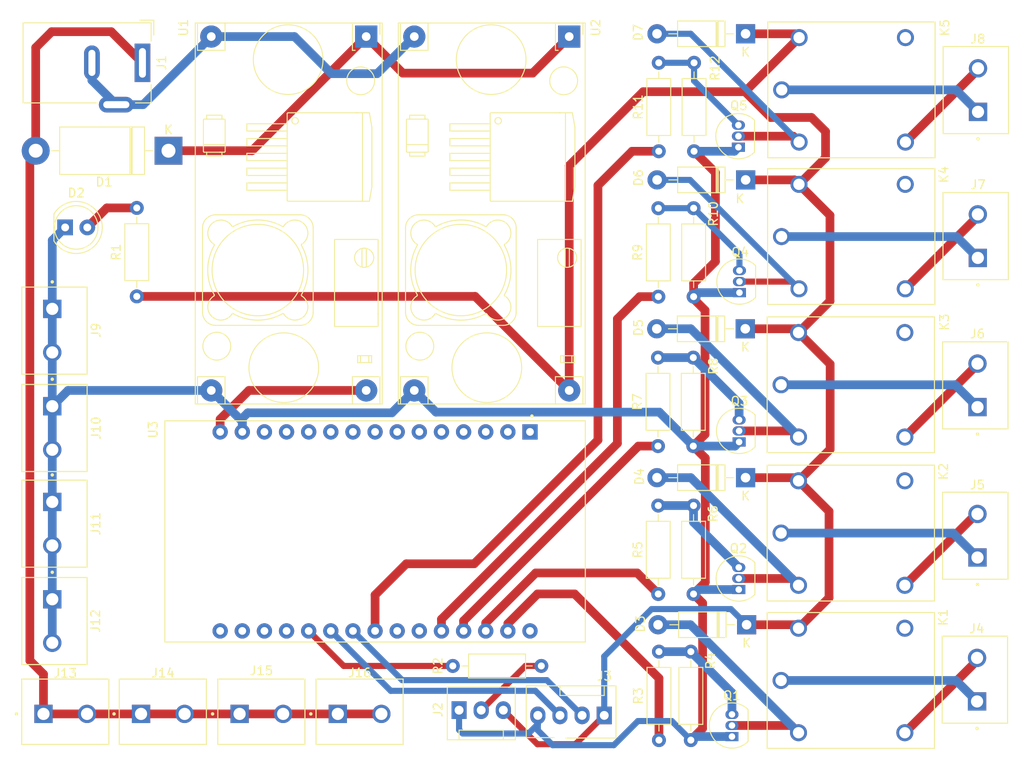
<source format=kicad_pcb>
(kicad_pcb (version 20240108) (generator "pcbnew") (generator_version "8.0")
  (layers (0 "F.Cu" signal) (31 "B.Cu" signal) (34 "B.Paste" user) (35 "F.Paste" user) (36 "B.SilkS" user "B.Silkscreen") (37 "F.SilkS" user "F.Silkscreen") (38 "B.Mask" user) (39 "F.Mask" user) (44 "Edge.Cuts" user))
  (net 0 "")
  (net 1 "Net-(D1-K)")
  (net 2 "GND")
  (net 3 "Net-(D2-A)")
  (net 4 "Net-(J1-Pad2)")
  (net 5 "+5V_Relay")
  (net 6 "+5V_ESP")
  (net 27 "+12VDC")
  (net 28 "Net-(D3-A)")
  (net 29 "Net-(D4-A)")
  (net 30 "Net-(D5-A)")
  (net 31 "Net-(D6-A)")
  (net 32 "Net-(D7-A)")
  (net 33 "Net-(J2-Pin_2)")
  (net 34 "Echo")
  (net 35 "Trig")
  (net 36 "Net-(Q1-B)")
  (net 37 "Net-(Q2-B)")
  (net 38 "Net-(Q3-B)")
  (net 39 "Net-(Q4-B)")
  (net 40 "Net-(Q5-B)")
  (net 41 "DS18B")
  (net 42 "D1")
  (net 43 "D2")
  (net 44 "D3")
  (net 45 "D4")
  (net 46 "D5")
  (net 47 "Net-(J4-Pad2)")
  (net 48 "Net-(J4-Pad1)")
  (net 49 "Net-(J5-Pad1)")
  (net 50 "Net-(J5-Pad2)")
  (net 51 "Net-(J6-Pad1)")
  (net 52 "Net-(J6-Pad2)")
  (net 53 "Net-(J7-Pad1)")
  (net 54 "Net-(J7-Pad2)")
  (net 55 "Net-(J8-Pad1)")
  (net 56 "Net-(J8-Pad2)")
  (footprint "FootprintsKF301:HANDSON_KF301-2P" (layer "F.Cu") (at 130.61 96.1575 90)
    (property "Reference" "J4" (at 5.8575 -0.03 180) (layer "F.SilkS"))
    (property "Value" "KF301-2P")
    (pad "1" thru_hole rect (at -2.5 0 90) (size 2.1 2.1) (drill 1.4) (layers "*.Cu" "*.Mask") (net 48 "Net-(J4-Pad1)"))
    (pad "2" thru_hole circle (at 2.5 0 90) (size 2.1 2.1) (drill 1.4) (layers "*.Cu" "*.Mask") (net 47 "Net-(J4-Pad2)"))
  )
  (footprint "FootprintsKF301:HANDSON_KF301-2P" (layer "F.Cu") (at 24.47 67.2525 -90)
    (property "Reference" "J10" (at 0.0075 -5.03 90) (layer "F.SilkS"))
    (property "Value" "KF301-2P")
    (pad "1" thru_hole rect (at -2.5 0 270) (size 2.1 2.1) (drill 1.4) (layers "*.Cu" "*.Mask") (net 2 "GND"))
    (pad "2" thru_hole circle (at 2.5 0 270) (size 2.1 2.1) (drill 1.4) (layers "*.Cu" "*.Mask") (net 2 "GND"))
  )
  (footprint "FootprintsKF301:HANDSON_KF301-2P" (layer "F.Cu") (at 130.66 62.3575 90)
    (property "Reference" "J6" (at 5.9175 0 180) (layer "F.SilkS"))
    (property "Value" "KF301-2P")
    (pad "1" thru_hole rect (at -2.5 0 90) (size 2.1 2.1) (drill 1.4) (layers "*.Cu" "*.Mask") (net 51 "Net-(J6-Pad1)"))
    (pad "2" thru_hole circle (at 2.5 0 90) (size 2.1 2.1) (drill 1.4) (layers "*.Cu" "*.Mask") (net 52 "Net-(J6-Pad2)"))
  )
  (footprint "FootprintsKF301:HANDSON_KF301-2P" (layer "F.Cu") (at 48.47 100.09)
    (property "Reference" "J15" (at 0.01 -4.97 0) (layer "F.SilkS"))
    (property "Value" "KF301-2P")
    (pad "1" thru_hole rect (at -2.5 0) (size 2.1 2.1) (drill 1.4) (layers "*.Cu" "*.Mask") (net 27 "+12VDC"))
    (pad "2" thru_hole circle (at 2.5 0) (size 2.1 2.1) (drill 1.4) (layers "*.Cu" "*.Mask") (net 27 "+12VDC"))
  )
  (footprint "Resistor_THT:R_Axial_DIN0207_L6.3mm_D2.5mm_P10.16mm_Horizontal" (layer "F.Cu") (at 98.13 35.47 90)
    (property "Reference" "R12" (at 9.54 2.41 -90) (layer "F.SilkS"))
    (property "Value" "10k")
    (pad "1" thru_hole circle (at 0 0 90) (size 1.6 1.6) (drill 0.8) (layers "*.Cu" "*.Mask") (net 2 "GND"))
    (pad "2" thru_hole oval (at 10.16 0 90) (size 1.6 1.6) (drill 0.8) (layers "*.Cu" "*.Mask") (net 40 "Net-(Q5-B)"))
  )
  (footprint "FootprintsKF301:HANDSON_KF301-2P" (layer "F.Cu") (at 130.72 28.4475 90)
    (property "Reference" "J8" (at 5.8675 -0.02 180) (layer "F.SilkS"))
    (property "Value" "KF301-2P")
    (pad "1" thru_hole rect (at -2.5 0 90) (size 2.1 2.1) (drill 1.4) (layers "*.Cu" "*.Mask") (net 55 "Net-(J8-Pad1)"))
    (pad "2" thru_hole circle (at 2.5 0 90) (size 2.1 2.1) (drill 1.4) (layers "*.Cu" "*.Mask") (net 56 "Net-(J8-Pad2)"))
  )
  (footprint "Resistor_THT:R_Axial_DIN0207_L6.3mm_D2.5mm_P10.16mm_Horizontal" (layer "F.Cu") (at 94.03 52.17 90)
    (property "Reference" "R9" (at 5.08 -2.37 90) (layer "F.SilkS"))
    (property "Value" "1k")
    (pad "1" thru_hole circle (at 0 0 90) (size 1.6 1.6) (drill 0.8) (layers "*.Cu" "*.Mask") (net 45 "D4"))
    (pad "2" thru_hole oval (at 10.16 0 90) (size 1.6 1.6) (drill 0.8) (layers "*.Cu" "*.Mask") (net 39 "Net-(Q4-B)"))
  )
  (footprint "Resistor_THT:R_Axial_DIN0207_L6.3mm_D2.5mm_P10.16mm_Horizontal" (layer "F.Cu") (at 97.76 103.1 90)
    (property "Reference" "R4" (at 9.11 2.25 90) (layer "F.SilkS"))
    (property "Value" "10k")
    (pad "1" thru_hole circle (at 0 0 90) (size 1.6 1.6) (drill 0.8) (layers "*.Cu" "*.Mask") (net 2 "GND"))
    (pad "2" thru_hole oval (at 10.16 0 90) (size 1.6 1.6) (drill 0.8) (layers "*.Cu" "*.Mask") (net 36 "Net-(Q1-B)"))
  )
  (footprint "Package_TO_SOT_THT:TO-92_Inline" (layer "F.Cu") (at 103.26 85.81 90)
    (property "Reference" "Q2" (at 4.73 -0.04 180) (layer "F.SilkS"))
    (property "Value" "2SC1815")
    (pad "1" thru_hole rect (at 0 0 90) (size 1.05 1.5) (drill 0.75) (layers "*.Cu" "*.Mask") (net 2 "GND"))
    (pad "2" thru_hole oval (at 1.27 0 90) (size 1.05 1.5) (drill 0.75) (layers "*.Cu" "*.Mask") (net 29 "Net-(D4-A)"))
    (pad "3" thru_hole oval (at 2.54 0 90) (size 1.05 1.5) (drill 0.75) (layers "*.Cu" "*.Mask") (net 37 "Net-(Q2-B)"))
  )
  (footprint "FootprintsKF301:HANDSON_KF301-2P" (layer "F.Cu") (at 24.47 78.2425 -90)
    (property "Reference" "J11" (at 0.0075 -5 90) (layer "F.SilkS"))
    (property "Value" "KF301-2P")
    (pad "1" thru_hole rect (at -2.5 0 270) (size 2.1 2.1) (drill 1.4) (layers "*.Cu" "*.Mask") (net 2 "GND"))
    (pad "2" thru_hole circle (at 2.5 0 270) (size 2.1 2.1) (drill 1.4) (layers "*.Cu" "*.Mask") (net 2 "GND"))
  )
  (footprint "FootprintsSRD:RELAY_SRD-03VDC-SL-C" (layer "F.Cu") (at 116.12 62.29)
    (property "Reference" "K3" (at 10.75 -7.19 90) (layer "F.SilkS"))
    (property "Value" "SRD-03VDC-SL-C")
    (pad "COIL1" thru_hole circle (at -6 -6) (size 1.95 1.95) (drill 1.3) (layers "*.Cu" "*.Mask") (net 5 "+5V_Relay"))
    (pad "COIL2" thru_hole circle (at -6 6) (size 1.95 1.95) (drill 1.3) (layers "*.Cu" "*.Mask") (net 30 "Net-(D5-A)"))
    (pad "COM" thru_hole circle (at -8 0) (size 1.95 1.95) (drill 1.3) (layers "*.Cu" "*.Mask") (net 51 "Net-(J6-Pad1)"))
    (pad "NC" thru_hole circle (at 6.2 -6) (size 1.95 1.95) (drill 1.3) (layers "*.Cu" "*.Mask"))
    (pad "NO" thru_hole circle (at 6.2 6) (size 1.95 1.95) (drill 1.3) (layers "*.Cu" "*.Mask") (net 52 "Net-(J6-Pad2)"))
  )
  (footprint "Package_TO_SOT_THT:TO-92_Inline" (layer "F.Cu") (at 103.34 51.71 90)
    (property "Reference" "Q4" (at 4.65 0.08 180) (layer "F.SilkS"))
    (property "Value" "2SC1815")
    (pad "1" thru_hole rect (at 0 0 90) (size 1.05 1.5) (drill 0.75) (layers "*.Cu" "*.Mask") (net 2 "GND"))
    (pad "2" thru_hole oval (at 1.27 0 90) (size 1.05 1.5) (drill 0.75) (layers "*.Cu" "*.Mask") (net 31 "Net-(D6-A)"))
    (pad "3" thru_hole oval (at 2.54 0 90) (size 1.05 1.5) (drill 0.75) (layers "*.Cu" "*.Mask") (net 39 "Net-(Q4-B)"))
  )
  (footprint "FootprintsSRD:RELAY_SRD-03VDC-SL-C" (layer "F.Cu") (at 116.12 96.25)
    (property "Reference" "K1" (at 10.6 -7.25 90) (layer "F.SilkS"))
    (property "Value" "SRD-03VDC-SL-C")
    (pad "COIL1" thru_hole circle (at -6 -6) (size 1.95 1.95) (drill 1.3) (layers "*.Cu" "*.Mask") (net 5 "+5V_Relay"))
    (pad "COIL2" thru_hole circle (at -6 6) (size 1.95 1.95) (drill 1.3) (layers "*.Cu" "*.Mask") (net 28 "Net-(D3-A)"))
    (pad "COM" thru_hole circle (at -8 0) (size 1.95 1.95) (drill 1.3) (layers "*.Cu" "*.Mask") (net 48 "Net-(J4-Pad1)"))
    (pad "NC" thru_hole circle (at 6.2 -6) (size 1.95 1.95) (drill 1.3) (layers "*.Cu" "*.Mask"))
    (pad "NO" thru_hole circle (at 6.2 6) (size 1.95 1.95) (drill 1.3) (layers "*.Cu" "*.Mask") (net 47 "Net-(J4-Pad2)"))
  )
  (footprint "Resistor_THT:R_Axial_DIN0207_L6.3mm_D2.5mm_P10.16mm_Horizontal" (layer "F.Cu") (at 98.04 69.33 90)
    (property "Reference" "R8" (at 9.18 2.31 -90) (layer "F.SilkS"))
    (property "Value" "10k")
    (pad "1" thru_hole circle (at 0 0 90) (size 1.6 1.6) (drill 0.8) (layers "*.Cu" "*.Mask") (net 2 "GND"))
    (pad "2" thru_hole oval (at 10.16 0 90) (size 1.6 1.6) (drill 0.8) (layers "*.Cu" "*.Mask") (net 38 "Net-(Q3-B)"))
  )
  (footprint "Diode_THT:D_DO-201AD_P15.24mm_Horizontal" (layer "F.Cu") (at 37.81 35.41 180)
    (property "Reference" "D1" (at 7.39 -3.59 360) (layer "F.SilkS"))
    (property "Value" "6A 1000V")
    (fp_text user "K" (at 0.01 2.4 360) (layer "F.SilkS"))
    (pad "1" thru_hole rect (at 0 0 180) (size 3.2 3.2) (drill 1.6) (layers "*.Cu" "*.Mask") (net 1 "Net-(D1-K)"))
    (pad "2" thru_hole oval (at 15.24 0 180) (size 3.2 3.2) (drill 1.6) (layers "*.Cu" "*.Mask") (net 27 "+12VDC"))
  )
  (footprint "lm2596sModule:YAAJ_DCDC_StepDown_LM2596" (layer "F.Cu") (at 83.8 22.3 -90)
    (property "Reference" "U2" (at -1.02 -3.05 90) (layer "F.SilkS"))
    (property "Value" "LM2596")
    (pad "1" thru_hole rect (at 0 0 270) (size 2.54 2.54) (drill 1) (layers "*.Cu" "*.Mask") (net 1 "Net-(D1-K)"))
    (pad "2" thru_hole circle (at 0 17.78 270) (size 2.54 2.54) (drill 1) (layers "*.Cu" "*.Mask") (net 4 "Net-(J1-Pad2)"))
    (pad "3" thru_hole circle (at 40.64 17.78 270) (size 2.54 2.54) (drill 1) (layers "*.Cu" "*.Mask") (net 2 "GND"))
    (pad "4" thru_hole circle (at 40.64 0 270) (size 2.54 2.54) (drill 1) (layers "*.Cu" "*.Mask") (net 5 "+5V_Relay"))
  )
  (footprint "Resistor_THT:R_Axial_DIN0207_L6.3mm_D2.5mm_P10.16mm_Horizontal" (layer "F.Cu") (at 93.99 69.33 90)
    (property "Reference" "R7" (at 5.08 -2.37 90) (layer "F.SilkS"))
    (property "Value" "1k")
    (pad "1" thru_hole circle (at 0 0 90) (size 1.6 1.6) (drill 0.8) (layers "*.Cu" "*.Mask") (net 44 "D3"))
    (pad "2" thru_hole oval (at 10.16 0 90) (size 1.6 1.6) (drill 0.8) (layers "*.Cu" "*.Mask") (net 38 "Net-(Q3-B)"))
  )
  (footprint "Connector_BarrelJack:BarrelJack_Wuerth_6941xx301002" (layer "F.Cu") (at 34.82 25.32 -90)
    (property "Reference" "J1" (at -0.01 -2.2 -90) (layer "F.SilkS"))
    (property "Value" "Barrel_Jack_Switch")
    (pad "1" thru_hole rect (at 0 0 270) (size 4.4 1.8) (drill oval 3.4 0.8) (layers "*.Cu" "*.Mask") (net 27 "+12VDC"))
    (pad "2" thru_hole oval (at 0 5.8 270) (size 4 1.8) (drill oval 3 0.8) (layers "*.Cu" "*.Mask") (net 4 "Net-(J1-Pad2)"))
    (pad "3" thru_hole oval (at 4.8 3) (size 4 1.8) (drill oval 3 0.8) (layers "*.Cu" "*.Mask") (net 4 "Net-(J1-Pad2)"))
  )
  (footprint "Resistor_THT:R_Axial_DIN0207_L6.3mm_D2.5mm_P10.16mm_Horizontal" (layer "F.Cu") (at 34.17 52.14 90)
    (property "Reference" "R1" (at 5.08 -2.37 90) (layer "F.SilkS"))
    (property "Value" "1k")
    (pad "1" thru_hole circle (at 0 0 90) (size 1.6 1.6) (drill 0.8) (layers "*.Cu" "*.Mask") (net 5 "+5V_Relay"))
    (pad "2" thru_hole oval (at 10.16 0 90) (size 1.6 1.6) (drill 0.8) (layers "*.Cu" "*.Mask") (net 3 "Net-(D2-A)"))
  )
  (footprint "LED_THT:LED_D5.0mm" (layer "F.Cu") (at 25.95 44.22)
    (property "Reference" "D2" (at 1.27 -3.96 0) (layer "F.SilkS"))
    (property "Value" "LED")
    (pad "1" thru_hole rect (at 0 0) (size 1.8 1.8) (drill 0.9) (layers "*.Cu" "*.Mask") (net 2 "GND"))
    (pad "2" thru_hole circle (at 2.54 0) (size 1.8 1.8) (drill 0.9) (layers "*.Cu" "*.Mask") (net 3 "Net-(D2-A)"))
  )
  (footprint "Resistor_THT:R_Axial_DIN0207_L6.3mm_D2.5mm_P10.16mm_Horizontal" (layer "F.Cu") (at 94.02 86.32 90)
    (property "Reference" "R5" (at 5.08 -2.34 90) (layer "F.SilkS"))
    (property "Value" "1k")
    (pad "1" thru_hole circle (at 0 0 90) (size 1.6 1.6) (drill 0.8) (layers "*.Cu" "*.Mask") (net 43 "D2"))
    (pad "2" thru_hole oval (at 10.16 0 90) (size 1.6 1.6) (drill 0.8) (layers "*.Cu" "*.Mask") (net 37 "Net-(Q2-B)"))
  )
  (footprint "FootprintsKF301:HANDSON_KF301-2P" (layer "F.Cu") (at 130.66 79.6275 90)
    (property "Reference" "J5" (at 5.8375 0 180) (layer "F.SilkS"))
    (property "Value" "KF301-2P")
    (pad "1" thru_hole rect (at -2.5 0 90) (size 2.1 2.1) (drill 1.4) (layers "*.Cu" "*.Mask") (net 49 "Net-(J5-Pad1)"))
    (pad "2" thru_hole circle (at 2.5 0 90) (size 2.1 2.1) (drill 1.4) (layers "*.Cu" "*.Mask") (net 50 "Net-(J5-Pad2)"))
  )
  (footprint "Resistor_THT:R_Axial_DIN0207_L6.3mm_D2.5mm_P10.16mm_Horizontal" (layer "F.Cu") (at 98.08 52.17 90)
    (property "Reference" "R10" (at 9.52 2.27 -90) (layer "F.SilkS"))
    (property "Value" "10k")
    (pad "1" thru_hole circle (at 0 0 90) (size 1.6 1.6) (drill 0.8) (layers "*.Cu" "*.Mask") (net 2 "GND"))
    (pad "2" thru_hole oval (at 10.16 0 90) (size 1.6 1.6) (drill 0.8) (layers "*.Cu" "*.Mask") (net 39 "Net-(Q4-B)"))
  )
  (footprint "FootprintsSRD:RELAY_SRD-03VDC-SL-C" (layer "F.Cu") (at 116.12 79.32)
    (property "Reference" "K2" (at 10.64 -7.07 90) (layer "F.SilkS"))
    (property "Value" "SRD-03VDC-SL-C")
    (pad "COIL1" thru_hole circle (at -6 -6) (size 1.95 1.95) (drill 1.3) (layers "*.Cu" "*.Mask") (net 5 "+5V_Relay"))
    (pad "COIL2" thru_hole circle (at -6 6) (size 1.95 1.95) (drill 1.3) (layers "*.Cu" "*.Mask") (net 29 "Net-(D4-A)"))
    (pad "COM" thru_hole circle (at -8 0) (size 1.95 1.95) (drill 1.3) (layers "*.Cu" "*.Mask") (net 49 "Net-(J5-Pad1)"))
    (pad "NC" thru_hole circle (at 6.2 -6) (size 1.95 1.95) (drill 1.3) (layers "*.Cu" "*.Mask"))
    (pad "NO" thru_hole circle (at 6.2 6) (size 1.95 1.95) (drill 1.3) (layers "*.Cu" "*.Mask") (net 50 "Net-(J5-Pad2)"))
  )
  (footprint "FootprintsSRD:RELAY_SRD-03VDC-SL-C" (layer "F.Cu") (at 116.17 45.27)
    (property "Reference" "K4" (at 10.63 -7.12 90) (layer "F.SilkS"))
    (property "Value" "SRD-03VDC-SL-C")
    (pad "COIL1" thru_hole circle (at -6 -6) (size 1.95 1.95) (drill 1.3) (layers "*.Cu" "*.Mask") (net 5 "+5V_Relay"))
    (pad "COIL2" thru_hole circle (at -6 6) (size 1.95 1.95) (drill 1.3) (layers "*.Cu" "*.Mask") (net 31 "Net-(D6-A)"))
    (pad "COM" thru_hole circle (at -8 0) (size 1.95 1.95) (drill 1.3) (layers "*.Cu" "*.Mask") (net 53 "Net-(J7-Pad1)"))
    (pad "NC" thru_hole circle (at 6.2 -6) (size 1.95 1.95) (drill 1.3) (layers "*.Cu" "*.Mask"))
    (pad "NO" thru_hole circle (at 6.2 6) (size 1.95 1.95) (drill 1.3) (layers "*.Cu" "*.Mask") (net 54 "Net-(J7-Pad2)"))
  )
  (footprint "Package_TO_SOT_THT:TO-92_Inline" (layer "F.Cu") (at 103.3 68.86 90)
    (property "Reference" "Q3" (at 4.69 0.04 180) (layer "F.SilkS"))
    (property "Value" "2SC1815")
    (pad "1" thru_hole rect (at 0 0 90) (size 1.05 1.5) (drill 0.75) (layers "*.Cu" "*.Mask") (net 2 "GND"))
    (pad "2" thru_hole oval (at 1.27 0 90) (size 1.05 1.5) (drill 0.75) (layers "*.Cu" "*.Mask") (net 30 "Net-(D5-A)"))
    (pad "3" thru_hole oval (at 2.54 0 90) (size 1.05 1.5) (drill 0.75) (layers "*.Cu" "*.Mask") (net 38 "Net-(Q3-B)"))
  )
  (footprint "FootprintsKF301:HANDSON_KF301-2P" (layer "F.Cu") (at 59.7425 100.09)
    (property "Reference" "J16" (at 0.0275 -4.72 0) (layer "F.SilkS"))
    (property "Value" "KF301-2P")
    (pad "1" thru_hole rect (at -2.5 0) (size 2.1 2.1) (drill 1.4) (layers "*.Cu" "*.Mask") (net 27 "+12VDC"))
    (pad "2" thru_hole circle (at 2.5 0) (size 2.1 2.1) (drill 1.4) (layers "*.Cu" "*.Mask") (net 27 "+12VDC"))
  )
  (footprint "Diode_THT:D_DO-41_SOD81_P10.16mm_Horizontal" (layer "F.Cu") (at 104.04 72.96 180)
    (property "Reference" "D4" (at 12.17 0.12 90) (layer "F.SilkS"))
    (property "Value" "1N4007")
    (fp_text user "K" (at 0 -2.1 360) (layer "F.SilkS"))
    (pad "1" thru_hole rect (at 0 0 180) (size 2.2 2.2) (drill 1.1) (layers "*.Cu" "*.Mask") (net 5 "+5V_Relay"))
    (pad "2" thru_hole oval (at 10.16 0 180) (size 2.2 2.2) (drill 1.1) (layers "*.Cu" "*.Mask") (net 29 "Net-(D4-A)"))
  )
  (footprint "Resistor_THT:R_Axial_DIN0207_L6.3mm_D2.5mm_P10.16mm_Horizontal" (layer "F.Cu") (at 70.44 94.58)
    (property "Reference" "R2" (at -1.7 -0.01 90) (layer "F.SilkS"))
    (property "Value" "1k")
    (pad "1" thru_hole circle (at 0 0) (size 1.6 1.6) (drill 0.8) (layers "*.Cu" "*.Mask") (net 41 "DS18B"))
    (pad "2" thru_hole oval (at 10.16 0) (size 1.6 1.6) (drill 0.8) (layers "*.Cu" "*.Mask") (net 33 "Net-(J2-Pin_2)"))
  )
  (footprint "Diode_THT:D_DO-41_SOD81_P10.16mm_Horizontal" (layer "F.Cu") (at 104.04 21.98 180)
    (property "Reference" "D7" (at 12.33 0.15 90) (layer "F.SilkS"))
    (property "Value" "1N4007")
    (fp_text user "K" (at 0 -2.1 360) (layer "F.SilkS"))
    (pad "1" thru_hole rect (at 0 0 180) (size 2.2 2.2) (drill 1.1) (layers "*.Cu" "*.Mask") (net 5 "+5V_Relay"))
    (pad "2" thru_hole oval (at 10.16 0 180) (size 2.2 2.2) (drill 1.1) (layers "*.Cu" "*.Mask") (net 32 "Net-(D7-A)"))
  )
  (footprint "FootprintsKF301:HANDSON_KF301-2P" (layer "F.Cu") (at 130.7 45.2175 90)
    (property "Reference" "J7" (at 5.9175 0.04 180) (layer "F.SilkS"))
    (property "Value" "KF301-2P")
    (pad "1" thru_hole rect (at -2.5 0 90) (size 2.1 2.1) (drill 1.4) (layers "*.Cu" "*.Mask") (net 53 "Net-(J7-Pad1)"))
    (pad "2" thru_hole circle (at 2.5 0 90) (size 2.1 2.1) (drill 1.4) (layers "*.Cu" "*.Mask") (net 54 "Net-(J7-Pad2)"))
  )
  (footprint "Diode_THT:D_DO-41_SOD81_P10.16mm_Horizontal" (layer "F.Cu") (at 104.05 38.76 180)
    (property "Reference" "D6" (at 12.3 0.25 90) (layer "F.SilkS"))
    (property "Value" "1N4007")
    (fp_text user "K" (at 0.66 -2.16 360) (layer "F.SilkS"))
    (pad "1" thru_hole rect (at 0 0 180) (size 2.2 2.2) (drill 1.1) (layers "*.Cu" "*.Mask") (net 5 "+5V_Relay"))
    (pad "2" thru_hole oval (at 10.16 0 180) (size 2.2 2.2) (drill 1.1) (layers "*.Cu" "*.Mask") (net 31 "Net-(D6-A)"))
  )
  (footprint "Package_TO_SOT_THT:TO-92_Inline" (layer "F.Cu") (at 102.48 102.69 90)
    (property "Reference" "Q1" (at 4.7 -0.02 180) (layer "F.SilkS"))
    (property "Value" "2SC1815")
    (pad "1" thru_hole rect (at 0 0 90) (size 1.05 1.5) (drill 0.75) (layers "*.Cu" "*.Mask") (net 2 "GND"))
    (pad "2" thru_hole oval (at 1.27 0 90) (size 1.05 1.5) (drill 0.75) (layers "*.Cu" "*.Mask") (net 28 "Net-(D3-A)"))
    (pad "3" thru_hole oval (at 2.54 0 90) (size 1.05 1.5) (drill 0.75) (layers "*.Cu" "*.Mask") (net 36 "Net-(Q1-B)"))
  )
  (footprint "FootprintsKF301:HANDSON_KF301-2P" (layer "F.Cu") (at 24.47 89.4225 -90)
    (property "Reference" "J12" (at -0.0025 -4.97 90) (layer "F.SilkS"))
    (property "Value" "KF301-2P")
    (pad "1" thru_hole rect (at -2.5 0 270) (size 2.1 2.1) (drill 1.4) (layers "*.Cu" "*.Mask") (net 2 "GND"))
    (pad "2" thru_hole circle (at 2.5 0 270) (size 2.1 2.1) (drill 1.4) (layers "*.Cu" "*.Mask") (net 2 "GND"))
  )
  (footprint "FootprintsSRD:RELAY_SRD-03VDC-SL-C" (layer "F.Cu") (at 116.19 28.42)
    (property "Reference" "K5" (at 10.72 -7.14 90) (layer "F.SilkS"))
    (property "Value" "SRD-03VDC-SL-C")
    (pad "COIL1" thru_hole circle (at -6 -6) (size 1.95 1.95) (drill 1.3) (layers "*.Cu" "*.Mask") (net 5 "+5V_Relay"))
    (pad "COIL2" thru_hole circle (at -6 6) (size 1.95 1.95) (drill 1.3) (layers "*.Cu" "*.Mask") (net 32 "Net-(D7-A)"))
    (pad "COM" thru_hole circle (at -8 0) (size 1.95 1.95) (drill 1.3) (layers "*.Cu" "*.Mask") (net 55 "Net-(J8-Pad1)"))
    (pad "NC" thru_hole circle (at 6.2 -6) (size 1.95 1.95) (drill 1.3) (layers "*.Cu" "*.Mask"))
    (pad "NO" thru_hole circle (at 6.2 6) (size 1.95 1.95) (drill 1.3) (layers "*.Cu" "*.Mask") (net 56 "Net-(J8-Pad2)"))
  )
  (footprint "FootprintsKF301:HANDSON_KF301-2P" (layer "F.Cu") (at 37.16 100.09)
    (property "Reference" "J14" (at 0.02 -4.69 0) (layer "F.SilkS"))
    (property "Value" "KF301-2P")
    (pad "1" thru_hole rect (at -2.5 0) (size 2.1 2.1) (drill 1.4) (layers "*.Cu" "*.Mask") (net 27 "+12VDC"))
    (pad "2" thru_hole circle (at 2.5 0) (size 2.1 2.1) (drill 1.4) (layers "*.Cu" "*.Mask") (net 27 "+12VDC"))
  )
  (footprint "lm2596sModule:YAAJ_DCDC_StepDown_LM2596" (layer "F.Cu") (at 60.5 22.3 -90)
    (property "Reference" "U1" (at -1.02 20.96 90) (layer "F.SilkS"))
    (property "Value" "LM2596")
    (pad "1" thru_hole rect (at 0 0 270) (size 2.54 2.54) (drill 1) (layers "*.Cu" "*.Mask") (net 1 "Net-(D1-K)"))
    (pad "2" thru_hole circle (at 0 17.78 270) (size 2.54 2.54) (drill 1) (layers "*.Cu" "*.Mask") (net 4 "Net-(J1-Pad2)"))
    (pad "3" thru_hole circle (at 40.64 17.78 270) (size 2.54 2.54) (drill 1) (layers "*.Cu" "*.Mask") (net 2 "GND"))
    (pad "4" thru_hole circle (at 40.64 0 270) (size 2.54 2.54) (drill 1) (layers "*.Cu" "*.Mask") (net 6 "+5V_ESP"))
  )
  (footprint "Diode_THT:D_DO-41_SOD81_P10.16mm_Horizontal" (layer "F.Cu") (at 104.16 89.85 180)
    (property "Reference" "D3" (at 12.19 0.09 90) (layer "F.SilkS"))
    (property "Value" "1N4007")
    (fp_text user "K" (at 0 -2.1 360) (layer "F.SilkS"))
    (pad "1" thru_hole rect (at 0 0 180) (size 2.2 2.2) (drill 1.1) (layers "*.Cu" "*.Mask") (net 5 "+5V_Relay"))
    (pad "2" thru_hole oval (at 10.16 0 180) (size 2.2 2.2) (drill 1.1) (layers "*.Cu" "*.Mask") (net 28 "Net-(D3-A)"))
  )
  (footprint "FootprintsKF301:HANDSON_KF301-2P" (layer "F.Cu") (at 25.9625 100.09)
    (property "Reference" "J13" (at 0.0075 -4.67 0) (layer "F.SilkS"))
    (property "Value" "KF301-2P")
    (pad "1" thru_hole rect (at -2.5 0) (size 2.1 2.1) (drill 1.4) (layers "*.Cu" "*.Mask") (net 27 "+12VDC"))
    (pad "2" thru_hole circle (at 2.5 0) (size 2.1 2.1) (drill 1.4) (layers "*.Cu" "*.Mask") (net 27 "+12VDC"))
  )
  (footprint "Resistor_THT:R_Axial_DIN0207_L6.3mm_D2.5mm_P10.16mm_Horizontal" (layer "F.Cu") (at 94.1 103.1 90)
    (property "Reference" "R3" (at 5.08 -2.37 90) (layer "F.SilkS"))
    (property "Value" "1k")
    (pad "1" thru_hole circle (at 0 0 90) (size 1.6 1.6) (drill 0.8) (layers "*.Cu" "*.Mask") (net 42 "D1"))
    (pad "2" thru_hole oval (at 10.16 0 90) (size 1.6 1.6) (drill 0.8) (layers "*.Cu" "*.Mask") (net 36 "Net-(Q1-B)"))
  )
  (footprint "Package_TO_SOT_THT:TO-92_Inline" (layer "F.Cu") (at 103.22 35.01 90)
    (property "Reference" "Q5" (at 4.78 0.04 180) (layer "F.SilkS"))
    (property "Value" "2SC1815")
    (pad "1" thru_hole rect (at 0 0 90) (size 1.05 1.5) (drill 0.75) (layers "*.Cu" "*.Mask") (net 2 "GND"))
    (pad "2" thru_hole oval (at 1.27 0 90) (size 1.05 1.5) (drill 0.75) (layers "*.Cu" "*.Mask") (net 32 "Net-(D7-A)"))
    (pad "3" thru_hole oval (at 2.54 0 90) (size 1.05 1.5) (drill 0.75) (layers "*.Cu" "*.Mask") (net 40 "Net-(Q5-B)"))
  )
  (footprint "Resistor_THT:R_Axial_DIN0207_L6.3mm_D2.5mm_P10.16mm_Horizontal" (layer "F.Cu") (at 94.08 35.47 90)
    (property "Reference" "R11" (at 5.08 -2.37 90) (layer "F.SilkS"))
    (property "Value" "1k")
    (pad "1" thru_hole circle (at 0 0 90) (size 1.6 1.6) (drill 0.8) (layers "*.Cu" "*.Mask") (net 46 "D5"))
    (pad "2" thru_hole oval (at 10.16 0 90) (size 1.6 1.6) (drill 0.8) (layers "*.Cu" "*.Mask") (net 40 "Net-(Q5-B)"))
  )
  (footprint "FootprintsKF301:HANDSON_KF301-2P" (layer "F.Cu") (at 24.47 56.0725 -90)
    (property "Reference" "J9" (at -0.0425 -5.02 90) (layer "F.SilkS"))
    (property "Value" "KF301-2P")
    (pad "1" thru_hole rect (at -2.5 0 270) (size 2.1 2.1) (drill 1.4) (layers "*.Cu" "*.Mask") (net 2 "GND"))
    (pad "2" thru_hole circle (at 2.5 0 270) (size 2.1 2.1) (drill 1.4) (layers "*.Cu" "*.Mask") (net 2 "GND"))
  )
  (footprint "NodeMCU8266:MODULE_ZC563900" (layer "F.Cu") (at 61.52 79.13 -90)
    (property "Reference" "U3" (at -11.69 25.48 90) (layer "F.SilkS"))
    (property "Value" "NodeMCU8266")
    (pad "" np_thru_hole circle (at -10.16 -21.59 270) (size 3.2 3.2) (drill 3.2) (layers "*.Cu" "*.Mask"))
    (pad "" np_thru_hole circle (at -10.16 21.59 270) (size 3.2 3.2) (drill 3.2) (layers "*.Cu" "*.Mask"))
    (pad "" np_thru_hole circle (at 10.16 -21.59 270) (size 3.2 3.2) (drill 3.2) (layers "*.Cu" "*.Mask"))
    (pad "" np_thru_hole circle (at 10.16 21.59 270) (size 3.2 3.2) (drill 3.2) (layers "*.Cu" "*.Mask"))
    (pad "1" thru_hole rect (at -11.43 -17.78 270) (size 1.7526 1.7526) (drill 0.889) (layers "*.Cu" "*.Mask"))
    (pad "2" thru_hole circle (at -11.43 -15.24 270) (size 1.7526 1.7526) (drill 0.889) (layers "*.Cu" "*.Mask"))
    (pad "3" thru_hole circle (at -11.43 -12.7 270) (size 1.7526 1.7526) (drill 0.889) (layers "*.Cu" "*.Mask"))
    (pad "4" thru_hole circle (at -11.43 -10.16 270) (size 1.7526 1.7526) (drill 0.889) (layers "*.Cu" "*.Mask"))
    (pad "5" thru_hole circle (at -11.43 -7.62 270) (size 1.7526 1.7526) (drill 0.889) (layers "*.Cu" "*.Mask"))
    (pad "6" thru_hole circle (at -11.43 -5.08 270) (size 1.7526 1.7526) (drill 0.889) (layers "*.Cu" "*.Mask"))
    (pad "7" thru_hole circle (at -11.43 -2.54 270) (size 1.7526 1.7526) (drill 0.889) (layers "*.Cu" "*.Mask"))
    (pad "8" thru_hole circle (at -11.43 0 270) (size 1.7526 1.7526) (drill 0.889) (layers "*.Cu" "*.Mask"))
    (pad "9" thru_hole circle (at -11.43 2.54 270) (size 1.7526 1.7526) (drill 0.889) (layers "*.Cu" "*.Mask"))
    (pad "10" thru_hole circle (at -11.43 5.08 270) (size 1.7526 1.7526) (drill 0.889) (layers "*.Cu" "*.Mask"))
    (pad "11" thru_hole circle (at -11.43 7.62 270) (size 1.7526 1.7526) (drill 0.889) (layers "*.Cu" "*.Mask"))
    (pad "12" thru_hole circle (at -11.43 10.16 270) (size 1.7526 1.7526) (drill 0.889) (layers "*.Cu" "*.Mask"))
    (pad "13" thru_hole circle (at -11.43 12.7 270) (size 1.7526 1.7526) (drill 0.889) (layers "*.Cu" "*.Mask"))
    (pad "14" thru_hole circle (at -11.43 15.24 270) (size 1.7526 1.7526) (drill 0.889) (layers "*.Cu" "*.Mask") (net 2 "GND"))
    (pad "15" thru_hole circle (at -11.43 17.78 270) (size 1.7526 1.7526) (drill 0.889) (layers "*.Cu" "*.Mask") (net 6 "+5V_ESP"))
    (pad "16" thru_hole circle (at 11.43 17.78 270) (size 1.7526 1.7526) (drill 0.889) (layers "*.Cu" "*.Mask"))
    (pad "17" thru_hole circle (at 11.43 15.24 270) (size 1.7526 1.7526) (drill 0.889) (layers "*.Cu" "*.Mask"))
    (pad "18" thru_hole circle (at 11.43 12.7 270) (size 1.7526 1.7526) (drill 0.889) (layers "*.Cu" "*.Mask"))
    (pad "19" thru_hole circle (at 11.43 10.16 270) (size 1.7526 1.7526) (drill 0.889) (layers "*.Cu" "*.Mask"))
    (pad "20" thru_hole circle (at 11.43 7.62 270) (size 1.7526 1.7526) (drill 0.889) (layers "*.Cu" "*.Mask") (net 41 "DS18B"))
    (pad "21" thru_hole circle (at 11.43 5.08 270) (size 1.7526 1.7526) (drill 0.889) (layers "*.Cu" "*.Mask") (net 35 "Trig"))
    (pad "22" thru_hole circle (at 11.43 2.54 270) (size 1.7526 1.7526) (drill 0.889) (layers "*.Cu" "*.Mask") (net 34 "Echo"))
    (pad "23" thru_hole circle (at 11.43 0 270) (size 1.7526 1.7526) (drill 0.889) (layers "*.Cu" "*.Mask") (net 46 "D5"))
    (pad "24" thru_hole circle (at 11.43 -2.54 270) (size 1.7526 1.7526) (drill 0.889) (layers "*.Cu" "*.Mask"))
    (pad "25" thru_hole circle (at 11.43 -5.08 270) (size 1.7526 1.7526) (drill 0.889) (layers "*.Cu" "*.Mask"))
    (pad "26" thru_hole circle (at 11.43 -7.62 270) (size 1.7526 1.7526) (drill 0.889) (layers "*.Cu" "*.Mask") (net 45 "D4"))
    (pad "27" thru_hole circle (at 11.43 -10.16 270) (size 1.7526 1.7526) (drill 0.889) (layers "*.Cu" "*.Mask") (net 44 "D3"))
    (pad "28" thru_hole circle (at 11.43 -12.7 270) (size 1.7526 1.7526) (drill 0.889) (layers "*.Cu" "*.Mask") (net 43 "D2"))
    (pad "29" thru_hole circle (at 11.43 -15.24 270) (size 1.7526 1.7526) (drill 0.889) (layers "*.Cu" "*.Mask") (net 42 "D1"))
    (pad "30" thru_hole circle (at 11.43 -17.78 270) (size 1.7526 1.7526) (drill 0.889) (layers "*.Cu" "*.Mask"))
  )
  (footprint "Connector:FanPinHeader_1x04_P2.54mm_Vertical" (layer "F.Cu") (at 87.82 100.26 180)
    (property "Reference" "J3" (at -0.02 4.51 360) (layer "F.SilkS"))
    (property "Value" "Conn_01x04_Socket")
    (pad "" np_thru_hole circle (at 5.08 -2.16 270) (size 1.1 1.1) (drill 1.1) (layers "*.Cu" "*.Mask"))
    (pad "1" thru_hole rect (at 0 0 270) (size 2.03 1.73) (drill 1.02) (layers "*.Cu" "*.Mask") (net 5 "+5V_Relay"))
    (pad "2" thru_hole oval (at 2.54 0 270) (size 2.03 1.73) (drill 1.02) (layers "*.Cu" "*.Mask") (net 34 "Echo"))
    (pad "3" thru_hole oval (at 5.08 0 270) (size 2.03 1.73) (drill 1.02) (layers "*.Cu" "*.Mask") (net 35 "Trig"))
    (pad "4" thru_hole oval (at 7.62 0 270) (size 2.03 1.73) (drill 1.02) (layers "*.Cu" "*.Mask") (net 2 "GND"))
  )
  (footprint "Resistor_THT:R_Axial_DIN0207_L6.3mm_D2.5mm_P10.16mm_Horizontal" (layer "F.Cu") (at 98.07 86.32 90)
    (property "Reference" "R6" (at 9.22 2.24 -90) (layer "F.SilkS"))
    (property "Value" "10k")
    (pad "1" thru_hole circle (at 0 0 90) (size 1.6 1.6) (drill 0.8) (layers "*.Cu" "*.Mask") (net 2 "GND"))
    (pad "2" thru_hole oval (at 10.16 0 90) (size 1.6 1.6) (drill 0.8) (layers "*.Cu" "*.Mask") (net 37 "Net-(Q2-B)"))
  )
  (footprint "Diode_THT:D_DO-41_SOD81_P10.16mm_Horizontal" (layer "F.Cu") (at 104.01 55.86 180)
    (property "Reference" "D5" (at 12.26 0.13 90) (layer "F.SilkS"))
    (property "Value" "1N4007")
    (fp_text user "K" (at 0 -2.1 360) (layer "F.SilkS"))
    (pad "1" thru_hole rect (at 0 0 180) (size 2.2 2.2) (drill 1.1) (layers "*.Cu" "*.Mask") (net 5 "+5V_Relay"))
    (pad "2" thru_hole oval (at 10.16 0 180) (size 2.2 2.2) (drill 1.1) (layers "*.Cu" "*.Mask") (net 30 "Net-(D5-A)"))
  )
  (footprint "Connector:FanPinHeader_1x03_P2.54mm_Vertical" (layer "F.Cu") (at 71.16 99.66)
    (property "Reference" "J2" (at -2.42 -0.05 90) (layer "F.SilkS"))
    (property "Value" "Conn_01x03_Socket")
    (pad "1" thru_hole rect (at 0 0 90) (size 2.03 1.73) (drill 1.02) (layers "*.Cu" "*.Mask") (net 2 "GND"))
    (pad "2" thru_hole oval (at 2.54 0 90) (size 2.03 1.73) (drill 1.02) (layers "*.Cu" "*.Mask") (net 33 "Net-(J2-Pin_2)"))
    (pad "3" thru_hole oval (at 5.08 0 90) (size 2.03 1.73) (drill 1.02) (layers "*.Cu" "*.Mask") (net 5 "+5V_Relay"))
  )
  (segment (start 37.81 35.41) (end 47.39 35.41) (width 1) (layer "F.Cu") (net 1))
  (segment (start 64.7 26.5) (end 79.6 26.5) (width 1) (layer "F.Cu") (net 1))
  (segment (start 47.39 35.41) (end 60.5 22.3) (width 1) (layer "F.Cu") (net 1))
  (segment (start 60.5 22.3) (end 64.7 26.5) (width 1) (layer "F.Cu") (net 1))
  (segment (start 79.6 26.5) (end 83.8 22.3) (width 1) (layer "F.Cu") (net 1))
  (segment (start 100.58 48.14) (end 98.08 50.64) (width 1) (layer "F.Cu") (net 2))
  (segment (start 99.11 87.36) (end 99.11 101.75) (width 1) (layer "F.Cu") (net 2))
  (segment (start 98.13 35.47) (end 100.58 37.92) (width 1) (layer "F.Cu") (net 2))
  (segment (start 98.08 52.17) (end 98.08 52.42) (width 1) (layer "F.Cu") (net 2))
  (segment (start 99.42 70.71) (end 99.42 84.97) (width 1) (layer "F.Cu") (net 2))
  (segment (start 99.11 101.75) (end 97.76 103.1) (width 1) (layer "F.Cu") (net 2))
  (segment (start 99.42 84.97) (end 98.07 86.32) (width 1) (layer "F.Cu") (net 2))
  (segment (start 98.07 86.32) (end 99.11 87.36) (width 1) (layer "F.Cu") (net 2))
  (segment (start 100.58 37.92) (end 100.58 48.14) (width 1) (layer "F.Cu") (net 2))
  (segment (start 98.08 50.64) (end 98.08 52.17) (width 1) (layer "F.Cu") (net 2))
  (segment (start 98.04 69.33) (end 99.42 70.71) (width 1) (layer "F.Cu") (net 2))
  (segment (start 99.39 53.73) (end 99.39 67.98) (width 1) (layer "F.Cu") (net 2))
  (segment (start 98.08 52.42) (end 99.39 53.73) (width 1) (layer "F.Cu") (net 2))
  (segment (start 99.39 67.98) (end 98.04 69.33) (width 1) (layer "F.Cu") (net 2))
  (segment (start 42.72 62.94) (end 26.2825 62.94) (width 1) (layer "B.Cu") (net 2))
  (segment (start 98.17 102.69) (end 97.76 103.1) (width 1) (layer "B.Cu") (net 2))
  (segment (start 103.26 85.81) (end 98.58 85.81) (width 1) (layer "B.Cu") (net 2))
  (segment (start 103.34 51.71) (end 98.54 51.71) (width 1) (layer "B.Cu") (net 2))
  (segment (start 26.2825 62.94) (end 24.47 64.7525) (width 1) (layer "B.Cu") (net 2))
  (segment (start 98.54 51.71) (end 98.08 52.17) (width 1) (layer "B.Cu") (net 2))
  (segment (start 63.45 65.51) (end 66.02 62.94) (width 1) (layer "B.Cu") (net 2))
  (segment (start 102.76 35.47) (end 103.22 35.01) (width 1) (layer "B.Cu") (net 2))
  (segment (start 80.2 100.26) (end 80.2 101.27) (width 0.7) (layer "B.Cu") (net 2))
  (segment (start 68.51 65.43) (end 94.14 65.43) (width 1) (layer "B.Cu") (net 2))
  (segment (start 98.13 35.47) (end 102.76 35.47) (width 1) (layer "B.Cu") (net 2))
  (segment (start 66.02 62.94) (end 68.51 65.43) (width 1) (layer "B.Cu") (net 2))
  (segment (start 46.28 67.7) (end 46.28 66.5) (width 1) (layer "B.Cu") (net 2))
  (segment (start 71.16 101.92) (end 71.16 99.66) (width 0.7) (layer "B.Cu") (net 2))
  (segment (start 46.28 67.7) (end 46.28 66.14) (width 1) (layer "B.Cu") (net 2))
  (segment (start 88.92 103.68) (end 91.69 100.91) (width 0.7) (layer "B.Cu") (net 2))
  (segment (start 98.04 69.33) (end 102.83 69.33) (width 1) (layer "B.Cu") (net 2))
  (segment (start 71.58 102.34) (end 71.16 101.92) (width 0.7) (layer "B.Cu") (net 2))
  (segment (start 102.83 69.33) (end 103.3 68.86) (width 1) (layer "B.Cu") (net 2))
  (segment (start 81.905 103.68) (end 88.92 103.68) (width 0.7) (layer "B.Cu") (net 2))
  (segment (start 24.47 53.5725) (end 24.47 91.9225) (width 1) (layer "B.Cu") (net 2))
  (segment (start 46.28 66.5) (end 42.72 62.94) (width 1) (layer "B.Cu") (net 2))
  (segment (start 94.14 65.43) (end 98.04 69.33) (width 1) (layer "B.Cu") (net 2))
  (segment (start 91.69 100.91) (end 95.57 100.91) (width 0.7) (layer "B.Cu") (net 2))
  (segment (start 80.2 101.975) (end 81.905 103.68) (width 0.7) (layer "B.Cu") (net 2))
  (segment (start 98.58 85.81) (end 98.07 86.32) (width 1) (layer "B.Cu") (net 2))
  (segment (start 24.47 53.5725) (end 24.47 45.7) (width 1) (layer "B.Cu") (net 2))
  (segment (start 80.2 101.27) (end 79.13 102.34) (width 0.7) (layer "B.Cu") (net 2))
  (segment (start 24.47 45.7) (end 25.95 44.22) (width 1) (layer "B.Cu") (net 2))
  (segment (start 46.91 65.51) (end 63.45 65.51) (width 1) (layer "B.Cu") (net 2))
  (segment (start 80.2 100.26) (end 80.2 101.975) (width 0.7) (layer "B.Cu") (net 2))
  (segment (start 79.13 102.34) (end 71.58 102.34) (width 0.7) (layer "B.Cu") (net 2))
  (segment (start 95.57 100.91) (end 97.76 103.1) (width 0.7) (layer "B.Cu") (net 2))
  (segment (start 102.48 102.69) (end 98.17 102.69) (width 1) (layer "B.Cu") (net 2))
  (segment (start 46.28 66.14) (end 46.91 65.51) (width 1) (layer "B.Cu") (net 2))
  (segment (start 34.17 41.98) (end 30.73 41.98) (width 1) (layer "F.Cu") (net 3))
  (segment (start 30.73 41.98) (end 28.49 44.22) (width 1) (layer "F.Cu") (net 3))
  (segment (start 29.02 25.32) (end 29.02 27.32) (width 1) (layer "B.Cu") (net 4))
  (segment (start 42.72 22.3) (end 52.27 22.3) (width 1) (layer "B.Cu") (net 4))
  (segment (start 52.27 22.3) (end 56.53 26.56) (width 1) (layer "B.Cu") (net 4))
  (segment (start 31.82 30.12) (end 34.9 30.12) (width 1) (layer "B.Cu") (net 4))
  (segment (start 29.02 27.32) (end 31.82 30.12) (width 1) (layer "B.Cu") (net 4))
  (segment (start 61.76 26.56) (end 66.02 22.3) (width 1) (layer "B.Cu") (net 4))
  (segment (start 34.9 30.12) (end 42.72 22.3) (width 1) (layer "B.Cu") (net 4))
  (segment (start 56.53 26.56) (end 61.76 26.56) (width 1) (layer "B.Cu") (net 4))
  (segment (start 113.62 86.75) (end 113.62 76.82) (width 1) (layer "F.Cu") (net 5))
  (segment (start 113.73 42.83) (end 110.17 39.27) (width 1) (layer "F.Cu") (net 5))
  (segment (start 111.61 31.59) (end 106.92 31.59) (width 1) (layer "F.Cu") (net 5))
  (segment (start 109.69 55.86) (end 110.12 56.29) (width 1) (layer "F.Cu") (net 5))
  (segment (start 113.62 76.82) (end 110.12 73.32) (width 1) (layer "F.Cu") (net 5))
  (segment (start 110.12 56.29) (end 113.73 52.68) (width 1) (layer "F.Cu") (net 5))
  (segment (start 83.8 37.12) (end 92.29 28.63) (width 1) (layer "F.Cu") (net 5))
  (segment (start 104.05 38.76) (end 109.66 38.76) (width 1) (layer "F.Cu") (net 5))
  (segment (start 104.01 55.86) (end 109.69 55.86) (width 1) (layer "F.Cu") (net 5))
  (segment (start 110.17 39.27) (end 113.22 36.22) (width 1) (layer "F.Cu") (net 5))
  (segment (start 109.66 38.76) (end 110.17 39.27) (width 1) (layer "F.Cu") (net 5))
  (segment (start 34.17 52.14) (end 73 52.14) (width 1) (layer "F.Cu") (net 5))
  (segment (start 80.15 103.57) (end 84.51 103.57) (width 0.7) (layer "F.Cu") (net 5))
  (segment (start 113.22 33.2) (end 111.61 31.59) (width 1) (layer "F.Cu") (net 5))
  (segment (start 92.29 28.63) (end 103.98 28.63) (width 1) (layer "F.Cu") (net 5))
  (segment (start 84.51 103.57) (end 87.82 100.26) (width 0.7) (layer "F.Cu") (net 5))
  (segment (start 109.72 89.85) (end 110.12 90.25) (width 1) (layer "F.Cu") (net 5))
  (segment (start 73 52.14) (end 83.8 62.94) (width 1) (layer "F.Cu") (net 5))
  (segment (start 104.04 21.98) (end 109.75 21.98) (width 1) (layer "F.Cu") (net 5))
  (segment (start 113.75 69.69) (end 113.75 59.92) (width 1) (layer "F.Cu") (net 5))
  (segment (start 106.92 31.57) (end 103.98 28.63) (width 1) (layer "F.Cu") (net 5))
  (segment (start 106.92 31.59) (end 106.92 31.57) (width 1) (layer "F.Cu") (net 5))
  (segment (start 110.12 73.32) (end 113.75 69.69) (width 1) (layer "F.Cu") (net 5))
  (segment (start 104.16 89.85) (end 109.72 89.85) (width 1) (layer "F.Cu") (net 5))
  (segment (start 110.12 90.25) (end 113.62 86.75) (width 1) (layer "F.Cu") (net 5))
  (segment (start 83.8 62.94) (end 83.8 37.12) (width 1) (layer "F.Cu") (net 5))
  (segment (start 103.98 28.63) (end 110.19 22.42) (width 1) (layer "F.Cu") (net 5))
  (segment (start 113.73 52.68) (end 113.73 42.83) (width 1) (layer "F.Cu") (net 5))
  (segment (start 113.75 59.92) (end 110.12 56.29) (width 1) (layer "F.Cu") (net 5))
  (segment (start 109.75 21.98) (end 110.19 22.42) (width 1) (layer "F.Cu") (net 5))
  (segment (start 109.76 72.96) (end 110.12 73.32) (width 1) (layer "F.Cu") (net 5))
  (segment (start 113.22 36.22) (end 113.22 33.2) (width 1) (layer "F.Cu") (net 5))
  (segment (start 104.04 72.96) (end 109.76 72.96) (width 1) (layer "F.Cu") (net 5))
  (segment (start 76.24 99.66) (end 80.15 103.57) (width 0.7) (layer "F.Cu") (net 5))
  (segment (start 93.254415 88.05) (end 87.82 93.484415) (width 0.7) (layer "B.Cu") (net 5))
  (segment (start 87.82 93.484415) (end 87.82 100.26) (width 0.7) (layer "B.Cu") (net 5))
  (segment (start 102.36 88.05) (end 93.254415 88.05) (width 0.7) (layer "B.Cu") (net 5))
  (segment (start 104.16 89.85) (end 102.36 88.05) (width 0.7) (layer "B.Cu") (net 5))
  (segment (start 43.74 66.24) (end 43.74 67.7) (width 1) (layer "F.Cu") (net 6))
  (segment (start 60.5 62.94) (end 47.04 62.94) (width 1) (layer "F.Cu") (net 6))
  (segment (start 47.04 62.94) (end 43.74 66.24) (width 1) (layer "F.Cu") (net 6))
  (segment (start 31.24 21.74) (end 24.4 21.74) (width 1) (layer "F.Cu") (net 27))
  (segment (start 21.9 36.08) (end 21.9 93.96) (width 1) (layer "F.Cu") (net 27))
  (segment (start 22.57 23.57) (end 22.57 35.41) (width 1) (layer "F.Cu") (net 27))
  (segment (start 23.4625 95.5225) (end 23.4625 100.09) (width 1) (layer "F.Cu") (net 27))
  (segment (start 24.4 21.74) (end 22.57 23.57) (width 1) (layer "F.Cu") (net 27))
  (segment (start 21.9 93.96) (end 23.4625 95.5225) (width 1) (layer "F.Cu") (net 27))
  (segment (start 34.82 25.32) (end 31.24 21.74) (width 1) (layer "F.Cu") (net 27))
  (segment (start 22.57 35.41) (end 21.9 36.08) (width 1) (layer "F.Cu") (net 27))
  (segment (start 23.4625 100.09) (end 62.2425 100.09) (width 1) (layer "F.Cu") (net 27))
  (segment (start 110.12 102.25) (end 109.29 101.42) (width 1) (layer "F.Cu") (net 28))
  (segment (start 109.29 101.42) (end 102.48 101.42) (width 1) (layer "F.Cu") (net 28))
  (segment (start 97.72 89.85) (end 110.12 102.25) (width 1) (layer "B.Cu") (net 28))
  (segment (start 94 89.85) (end 97.72 89.85) (width 1) (layer "B.Cu") (net 28))
  (segment (start 110.12 85.32) (end 109.34 84.54) (width 1) (layer "F.Cu") (net 29))
  (segment (start 109.34 84.54) (end 103.26 84.54) (width 1) (layer "F.Cu") (net 29))
  (segment (start 93.81 72.95) (end 93.81 73.07) (width 1) (layer "B.Cu") (net 29))
  (segment (start 93.88 72.96) (end 97.76 72.96) (width 1) (layer "B.Cu") (net 29))
  (segment (start 97.76 72.96) (end 110.12 85.32) (width 1) (layer "B.Cu") (net 29))
  (segment (start 109.42 67.59) (end 103.3 67.59) (width 1) (layer "F.Cu") (net 30))
  (segment (start 110.12 68.29) (end 109.42 67.59) (width 1) (layer "F.Cu") (net 30))
  (segment (start 93.85 55.86) (end 97.76 55.86) (width 1) (layer "B.Cu") (net 30))
  (segment (start 97.76 55.86) (end 110.12 68.22) (width 1) (layer "B.Cu") (net 30))
  (segment (start 110.12 68.22) (end 110.12 68.29) (width 1) (layer "B.Cu") (net 30))
  (segment (start 109.34 50.44) (end 103.34 50.44) (width 0.7) (layer "F.Cu") (net 31))
  (segment (start 110.17 51.27) (end 109.34 50.44) (width 0.7) (layer "F.Cu") (net 31))
  (segment (start 97.66 38.76) (end 110.17 51.27) (width 0.7) (layer "B.Cu") (net 31))
  (segment (start 93.89 38.76) (end 97.66 38.76) (width 0.7) (layer "B.Cu") (net 31))
  (segment (start 110.19 34.42) (end 109.51 33.74) (width 1) (layer "F.Cu") (net 32))
  (segment (start 109.51 33.74) (end 103.22 33.74) (width 1) (layer "F.Cu") (net 32))
  (segment (start 97.75 21.98) (end 110.19 34.42) (width 0.7) (layer "B.Cu") (net 32))
  (segment (start 93.88 21.98) (end 97.75 21.98) (width 0.7) (layer "B.Cu") (net 32))
  (segment (start 78.78 94.58) (end 80.6 94.58) (width 0.7) (layer "F.Cu") (net 33))
  (segment (start 73.7 99.66) (end 78.78 94.58) (width 0.7) (layer "F.Cu") (net 33))
  (segment (start 58.98 90.56) (end 64.63 96.21) (width 0.7) (layer "B.Cu") (net 34))
  (segment (start 81.23 96.21) (end 85.28 100.26) (width 0.7) (layer "B.Cu") (net 34))
  (segment (start 64.63 96.21) (end 81.23 96.21) (width 0.7) (layer "B.Cu") (net 34))
  (segment (start 63.32 97.44) (end 79.92 97.44) (width 0.7) (layer "B.Cu") (net 35))
  (segment (start 56.44 90.56) (end 63.32 97.44) (width 0.7) (layer "B.Cu") (net 35))
  (segment (start 79.92 97.44) (end 82.74 100.26) (width 0.7) (layer "B.Cu") (net 35))
  (segment (start 102.48 97.66) (end 97.76 92.94) (width 1) (layer "B.Cu") (net 36))
  (segment (start 102.48 100.15) (end 102.48 97.66) (width 1) (layer "B.Cu") (net 36))
  (segment (start 94.1 92.94) (end 97.76 92.94) (width 1) (layer "B.Cu") (net 36))
  (segment (start 94.02 76.16) (end 98.07 76.16) (width 1) (layer "B.Cu") (net 37))
  (segment (start 98.07 76.16) (end 98.07 78.08) (width 1) (layer "B.Cu") (net 37))
  (segment (start 98.07 78.08) (end 103.26 83.27) (width 1) (layer "B.Cu") (net 37))
  (segment (start 93.99 59.17) (end 98.04 59.17) (width 1) (layer "B.Cu") (net 38))
  (segment (start 103.3 66.32) (end 103.3 64.43) (width 1) (layer "B.Cu") (net 38))
  (segment (start 103.3 64.43) (end 98.04 59.17) (width 1) (layer "B.Cu") (net 38))
  (segment (start 103.34 47.27) (end 98.08 42.01) (width 0.7) (layer "B.Cu") (net 39))
  (segment (start 98.08 42.01) (end 94.03 42.01) (width 0.7) (layer "B.Cu") (net 39))
  (segment (start 103.34 49.17) (end 103.34 47.27) (width 0.7) (layer "B.Cu") (net 39))
  (segment (start 94.08 25.31) (end 98.13 25.31) (width 0.7) (layer "B.Cu") (net 40))
  (segment (start 98.13 25.31) (end 98.13 27.38) (width 0.7) (layer "B.Cu") (net 40))
  (segment (start 98.13 27.38) (end 103.22 32.47) (width 0.7) (layer "B.Cu") (net 40))
  (segment (start 57.92 94.58) (end 53.9 90.56) (width 0.7) (layer "F.Cu") (net 41))
  (segment (start 70.44 94.58) (end 57.92 94.58) (width 0.7) (layer "F.Cu") (net 41))
  (segment (start 84.42 86.31) (end 94.1 95.99) (width 1) (layer "F.Cu") (net 42))
  (segment (start 94.1 95.99) (end 94.1 103.1) (width 1) (layer "F.Cu") (net 42))
  (segment (start 80.17 86.31) (end 84.42 86.31) (width 1) (layer "F.Cu") (net 42))
  (segment (start 76.76 89.72) (end 80.17 86.31) (width 1) (layer "F.Cu") (net 42))
  (segment (start 76.76 90.56) (end 76.76 89.72) (width 1) (layer "F.Cu") (net 42))
  (segment (start 74.22 90.56) (end 74.22 89.64) (width 1) (layer "F.Cu") (net 43))
  (segment (start 74.22 89.64) (end 79.96 83.9) (width 1) (layer "F.Cu") (net 43))
  (segment (start 91.6 83.9) (end 94.02 86.32) (width 1) (layer "F.Cu") (net 43))
  (segment (start 79.96 83.9) (end 91.6 83.9) (width 1) (layer "F.Cu") (net 43))
  (segment (start 91.75 69.33) (end 93.99 69.33) (width 1) (layer "F.Cu") (net 44))
  (segment (start 71.68 89.4) (end 91.75 69.33) (width 1) (layer "F.Cu") (net 44))
  (segment (start 71.68 90.56) (end 71.68 89.4) (width 1) (layer "F.Cu") (net 44))
  (segment (start 69.14 89.21) (end 89.33 69.02) (width 1) (layer "F.Cu") (net 45))
  (segment (start 91.89 52.17) (end 94.03 52.17) (width 1) (layer "F.Cu") (net 45))
  (segment (start 89.33 69.02) (end 89.33 54.73) (width 1) (layer "F.Cu") (net 45))
  (segment (start 69.14 90.56) (end 69.14 89.21) (width 1) (layer "F.Cu") (net 45))
  (segment (start 89.33 54.73) (end 91.89 52.17) (width 1) (layer "F.Cu") (net 45))
  (segment (start 65.1 82.85) (end 72.89 82.85) (width 1) (layer "F.Cu") (net 46))
  (segment (start 72.89 82.85) (end 87.1 68.64) (width 1) (layer "F.Cu") (net 46))
  (segment (start 87.1 39.39) (end 91.02 35.47) (width 1) (layer "F.Cu") (net 46))
  (segment (start 61.52 86.43) (end 65.1 82.85) (width 1) (layer "F.Cu") (net 46))
  (segment (start 91.02 35.47) (end 94.08 35.47) (width 1) (layer "F.Cu") (net 46))
  (segment (start 61.52 90.56) (end 61.52 86.43) (width 1) (layer "F.Cu") (net 46))
  (segment (start 87.1 68.64) (end 87.1 39.39) (width 1) (layer "F.Cu") (net 46))
  (segment (start 130.61 93.96) (end 130.61 93.6575) (width 1) (layer "F.Cu") (net 47))
  (segment (start 122.32 102.25) (end 130.61 93.96) (width 1) (layer "F.Cu") (net 47))
  (segment (start 108.12 96.25) (end 128.2025 96.25) (width 1) (layer "B.Cu") (net 48))
  (segment (start 128.2025 96.25) (end 130.61 98.6575) (width 1) (layer "B.Cu") (net 48))
  (segment (start 108.12 79.32) (end 127.8525 79.32) (width 1) (layer "B.Cu") (net 49))
  (segment (start 127.8525 79.32) (end 130.66 82.1275) (width 1) (layer "B.Cu") (net 49))
  (segment (start 122.32 85.32) (end 130.5125 77.1275) (width 1) (layer "F.Cu") (net 50))
  (segment (start 130.5125 77.1275) (end 130.66 77.1275) (width 1) (layer "F.Cu") (net 50))
  (segment (start 128.0925 62.29) (end 130.66 64.8575) (width 1) (layer "B.Cu") (net 51))
  (segment (start 108.12 62.29) (end 128.0925 62.29) (width 1) (layer "B.Cu") (net 51))
  (segment (start 130.66 59.95) (end 130.66 59.8575) (width 1) (layer "F.Cu") (net 52))
  (segment (start 122.32 68.29) (end 130.66 59.95) (width 1) (layer "F.Cu") (net 52))
  (segment (start 108.17 45.27) (end 128.2525 45.27) (width 1) (layer "B.Cu") (net 53))
  (segment (start 128.2525 45.27) (end 130.7 47.7175) (width 1) (layer "B.Cu") (net 53))
  (segment (start 122.37 51.27) (end 130.7 42.94) (width 1) (layer "F.Cu") (net 54))
  (segment (start 130.7 42.94) (end 130.7 42.7175) (width 1) (layer "F.Cu") (net 54))
  (segment (start 128.1925 28.42) (end 130.72 30.9475) (width 1) (layer "B.Cu") (net 55))
  (segment (start 108.19 28.42) (end 128.1925 28.42) (width 1) (layer "B.Cu") (net 55))
  (segment (start 122.39 34.42) (end 130.72 26.09) (width 1) (layer "F.Cu") (net 56))
  (segment (start 130.72 26.09) (end 130.72 25.9475) (width 1) (layer "F.Cu") (net 56))
)
</source>
